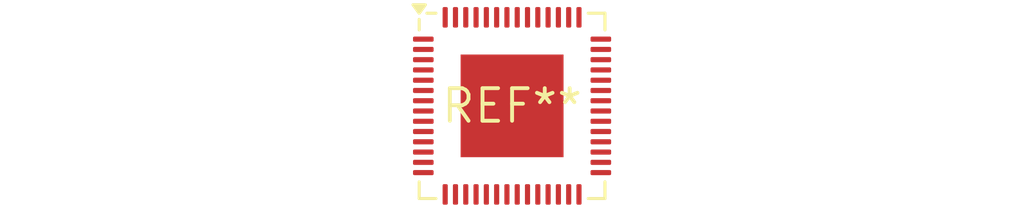
<source format=kicad_pcb>
(kicad_pcb (version 20240108) (generator pcbnew)
  (layers (0 "F.Cu" signal) (31 "B.Cu" signal) (34 "B.Paste" user) (35 "F.Paste" user) (36 "B.SilkS" user "B.Silkscreen") (37 "F.SilkS" user "F.Silkscreen") (38 "B.Mask" user) (39 "F.Mask" user) (44 "Edge.Cuts" user))
  (net 0 "")
  (footprint "QFN-56-1EP_7x7mm_P0.4mm_EP4x4mm" (layer "F.Cu") (at 0 0)
    (property "Reference" "REF**")
    (property "Value" "QFN-56-1EP_7x7mm_P0.4mm_EP4x4mm")
    (fp_line (start -3.61 -2.96) (end -3.61 -3.37) (layer "F.SilkS") (stroke (width 0.12)))
    (fp_line (start -3.61 3.61) (end -3.61 2.96) (layer "F.SilkS") (stroke (width 0.12)))
    (fp_line (start -2.96 -3.61) (end -3.31 -3.61) (layer "F.SilkS") (stroke (width 0.12)))
    (fp_line (start -2.96 3.61) (end -3.61 3.61) (layer "F.SilkS") (stroke (width 0.12)))
    (fp_line (start 2.96 -3.61) (end 3.61 -3.61) (layer "F.SilkS") (stroke (width 0.12)))
    (fp_line (start 2.96 3.61) (end 3.61 3.61) (layer "F.SilkS") (stroke (width 0.12)))
    (fp_line (start 3.61 -3.61) (end 3.61 -2.96) (layer "F.SilkS") (stroke (width 0.12)))
    (fp_line (start 3.61 3.61) (end 3.61 2.96) (layer "F.SilkS") (stroke (width 0.12)))
    (fp_poly (pts (xy -3.61 -3.61) (xy -3.85 -3.94) (xy -3.37 -3.94) (xy -3.61 -3.61)) (layer "F.SilkS") (stroke (width 0.12)) (fill solid))
    (pad "1" smd roundrect (at -3.45 -2.6) (size 0.8 0.2) (layers "F.Cu" "F.Paste" "F.Mask"))
    (pad "2" smd roundrect (at -3.45 -2.2) (size 0.8 0.2) (layers "F.Cu" "F.Paste" "F.Mask"))
    (pad "3" smd roundrect (at -3.45 -1.8) (size 0.8 0.2) (layers "F.Cu" "F.Paste" "F.Mask"))
    (pad "4" smd roundrect (at -3.45 -1.4) (size 0.8 0.2) (layers "F.Cu" "F.Paste" "F.Mask"))
    (pad "5" smd roundrect (at -3.45 -1) (size 0.8 0.2) (layers "F.Cu" "F.Paste" "F.Mask"))
    (pad "6" smd roundrect (at -3.45 -0.6) (size 0.8 0.2) (layers "F.Cu" "F.Paste" "F.Mask"))
    (pad "7" smd roundrect (at -3.45 -0.2) (size 0.8 0.2) (layers "F.Cu" "F.Paste" "F.Mask"))
    (pad "8" smd roundrect (at -3.45 0.2) (size 0.8 0.2) (layers "F.Cu" "F.Paste" "F.Mask"))
    (pad "9" smd roundrect (at -3.45 0.6) (size 0.8 0.2) (layers "F.Cu" "F.Paste" "F.Mask"))
    (pad "10" smd roundrect (at -3.45 1) (size 0.8 0.2) (layers "F.Cu" "F.Paste" "F.Mask"))
    (pad "11" smd roundrect (at -3.45 1.4) (size 0.8 0.2) (layers "F.Cu" "F.Paste" "F.Mask"))
    (pad "12" smd roundrect (at -3.45 1.8) (size 0.8 0.2) (layers "F.Cu" "F.Paste" "F.Mask"))
    (pad "13" smd roundrect (at -3.45 2.2) (size 0.8 0.2) (layers "F.Cu" "F.Paste" "F.Mask"))
    (pad "14" smd roundrect (at -3.45 2.6) (size 0.8 0.2) (layers "F.Cu" "F.Paste" "F.Mask"))
    (pad "15" smd roundrect (at -2.6 3.45) (size 0.2 0.8) (layers "F.Cu" "F.Paste" "F.Mask"))
    (pad "16" smd roundrect (at -2.2 3.45) (size 0.2 0.8) (layers "F.Cu" "F.Paste" "F.Mask"))
    (pad "17" smd roundrect (at -1.8 3.45) (size 0.2 0.8) (layers "F.Cu" "F.Paste" "F.Mask"))
    (pad "18" smd roundrect (at -1.4 3.45) (size 0.2 0.8) (layers "F.Cu" "F.Paste" "F.Mask"))
    (pad "19" smd roundrect (at -1 3.45) (size 0.2 0.8) (layers "F.Cu" "F.Paste" "F.Mask"))
    (pad "20" smd roundrect (at -0.6 3.45) (size 0.2 0.8) (layers "F.Cu" "F.Paste" "F.Mask"))
    (pad "21" smd roundrect (at -0.2 3.45) (size 0.2 0.8) (layers "F.Cu" "F.Paste" "F.Mask"))
    (pad "22" smd roundrect (at 0.2 3.45) (size 0.2 0.8) (layers "F.Cu" "F.Paste" "F.Mask"))
    (pad "23" smd roundrect (at 0.6 3.45) (size 0.2 0.8) (layers "F.Cu" "F.Paste" "F.Mask"))
    (pad "24" smd roundrect (at 1 3.45) (size 0.2 0.8) (layers "F.Cu" "F.Paste" "F.Mask"))
    (pad "25" smd roundrect (at 1.4 3.45) (size 0.2 0.8) (layers "F.Cu" "F.Paste" "F.Mask"))
    (pad "26" smd roundrect (at 1.8 3.45) (size 0.2 0.8) (layers "F.Cu" "F.Paste" "F.Mask"))
    (pad "27" smd roundrect (at 2.2 3.45) (size 0.2 0.8) (layers "F.Cu" "F.Paste" "F.Mask"))
    (pad "28" smd roundrect (at 2.6 3.45) (size 0.2 0.8) (layers "F.Cu" "F.Paste" "F.Mask"))
    (pad "29" smd roundrect (at 3.45 2.6) (size 0.8 0.2) (layers "F.Cu" "F.Paste" "F.Mask"))
    (pad "30" smd roundrect (at 3.45 2.2) (size 0.8 0.2) (layers "F.Cu" "F.Paste" "F.Mask"))
    (pad "31" smd roundrect (at 3.45 1.8) (size 0.8 0.2) (layers "F.Cu" "F.Paste" "F.Mask"))
    (pad "32" smd roundrect (at 3.45 1.4) (size 0.8 0.2) (layers "F.Cu" "F.Paste" "F.Mask"))
    (pad "33" smd roundrect (at 3.45 1) (size 0.8 0.2) (layers "F.Cu" "F.Paste" "F.Mask"))
    (pad "34" smd roundrect (at 3.45 0.6) (size 0.8 0.2) (layers "F.Cu" "F.Paste" "F.Mask"))
    (pad "35" smd roundrect (at 3.45 0.2) (size 0.8 0.2) (layers "F.Cu" "F.Paste" "F.Mask"))
    (pad "36" smd roundrect (at 3.45 -0.2) (size 0.8 0.2) (layers "F.Cu" "F.Paste" "F.Mask"))
    (pad "37" smd roundrect (at 3.45 -0.6) (size 0.8 0.2) (layers "F.Cu" "F.Paste" "F.Mask"))
    (pad "38" smd roundrect (at 3.45 -1) (size 0.8 0.2) (layers "F.Cu" "F.Paste" "F.Mask"))
    (pad "39" smd roundrect (at 3.45 -1.4) (size 0.8 0.2) (layers "F.Cu" "F.Paste" "F.Mask"))
    (pad "40" smd roundrect (at 3.45 -1.8) (size 0.8 0.2) (layers "F.Cu" "F.Paste" "F.Mask"))
    (pad "41" smd roundrect (at 3.45 -2.2) (size 0.8 0.2) (layers "F.Cu" "F.Paste" "F.Mask"))
    (pad "42" smd roundrect (at 3.45 -2.6) (size 0.8 0.2) (layers "F.Cu" "F.Paste" "F.Mask"))
    (pad "43" smd roundrect (at 2.6 -3.45) (size 0.2 0.8) (layers "F.Cu" "F.Paste" "F.Mask"))
    (pad "44" smd roundrect (at 2.2 -3.45) (size 0.2 0.8) (layers "F.Cu" "F.Paste" "F.Mask"))
    (pad "45" smd roundrect (at 1.8 -3.45) (size 0.2 0.8) (layers "F.Cu" "F.Paste" "F.Mask"))
    (pad "46" smd roundrect (at 1.4 -3.45) (size 0.2 0.8) (layers "F.Cu" "F.Paste" "F.Mask"))
    (pad "47" smd roundrect (at 1 -3.45) (size 0.2 0.8) (layers "F.Cu" "F.Paste" "F.Mask"))
    (pad "48" smd roundrect (at 0.6 -3.45) (size 0.2 0.8) (layers "F.Cu" "F.Paste" "F.Mask"))
    (pad "49" smd roundrect (at 0.2 -3.45) (size 0.2 0.8) (layers "F.Cu" "F.Paste" "F.Mask"))
    (pad "50" smd roundrect (at -0.2 -3.45) (size 0.2 0.8) (layers "F.Cu" "F.Paste" "F.Mask"))
    (pad "51" smd roundrect (at -0.6 -3.45) (size 0.2 0.8) (layers "F.Cu" "F.Paste" "F.Mask"))
    (pad "52" smd roundrect (at -1 -3.45) (size 0.2 0.8) (layers "F.Cu" "F.Paste" "F.Mask"))
    (pad "53" smd roundrect (at -1.4 -3.45) (size 0.2 0.8) (layers "F.Cu" "F.Paste" "F.Mask"))
    (pad "54" smd roundrect (at -1.8 -3.45) (size 0.2 0.8) (layers "F.Cu" "F.Paste" "F.Mask"))
    (pad "55" smd roundrect (at -2.2 -3.45) (size 0.2 0.8) (layers "F.Cu" "F.Paste" "F.Mask"))
    (pad "56" smd roundrect (at -2.6 -3.45) (size 0.2 0.8) (layers "F.Cu" "F.Paste" "F.Mask"))
    (pad "57" smd rect (at 0 0) (size 4 4) (property pad_prop_heatsink) (layers "F.Cu" "F.Mask"))
  )
)
</source>
